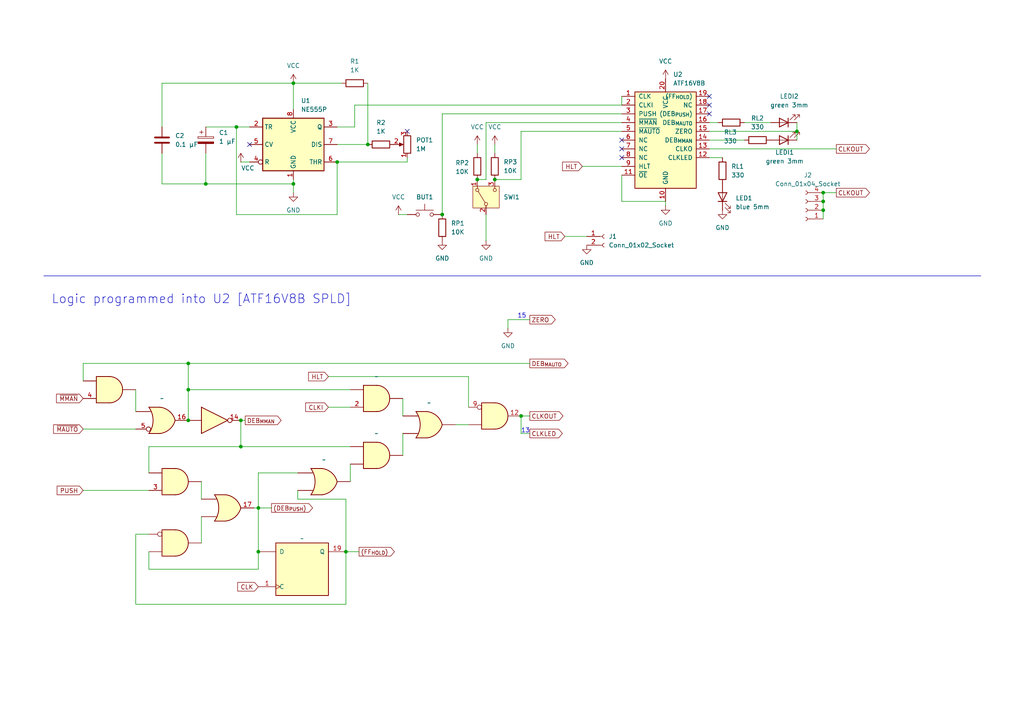
<source format=kicad_sch>
(kicad_sch (version 20231120) (generator "eeschema") (generator_version "8.0")
  (paper "A4")
  (title_block (title "Debug Clock Module"))
  (lib_symbols
    (symbol "74LS04_1"
      (property "Reference" "U2:clkmod" (at 0 8.89 0))
      (property "Value" "ATF16V8" (at 0 6.35 0))
      (symbol "74LS04_1_1_0"
        (pin input line (at -7.62 0 0) (length 3.81) (name "~") (number "1"))
        (pin output inverted (at 7.62 0 180) (length 3.81) (name "~") (number "2"))
      )
      (symbol "74LS04_1_2_0"
        (pin input line (at -7.62 0 0) (length 3.81) (name "~") (number ""))
        (pin output inverted (at 7.62 0 180) (length 3.81) (name "~") (number "14"))
      )
      (symbol "74LS04_1_3_0"
        (pin input line (at -7.62 0 0) (length 3.81) (name "~") (number "5"))
        (pin output inverted (at 7.62 0 180) (length 3.81) (name "~") (number "6"))
      )
      (symbol "74LS04_1_4_0"
        (pin output inverted (at 7.62 0 180) (length 3.81) (name "~") (number "8"))
        (pin input line (at -7.62 0 0) (length 3.81) (name "~") (number "9"))
      )
      (symbol "74LS04_1_5_0"
        (pin output inverted (at 7.62 0 180) (length 3.81) (name "~") (number "10"))
        (pin input line (at -7.62 0 0) (length 3.81) (name "~") (number "11"))
      )
      (symbol "74LS04_1_6_0"
        (pin output inverted (at 7.62 0 180) (length 3.81) (name "~") (number "12"))
        (pin input line (at -7.62 0 0) (length 3.81) (name "~") (number "13"))
      )
      (symbol "74LS04_1_7_0"
        (pin power_in line (at 0 12.7 270) (length 5.08) (name "VCC") (number "14"))
        (pin power_in line (at 0 -12.7 90) (length 5.08) (name "GND") (number "7"))
      )
    )
    (symbol "74LS08_1" (pin_names (offset 1.016))
      (property "Reference" "U204" (at -0.0083 8.89 0))
      (property "Value" "ATF16V8" (at -0.0083 6.35 0))
      (symbol "74LS08_1_1_1"
        (pin input line (at -7.62 2.54 0) (length 3.81) (name "~") (number ""))
        (pin output line (at 7.62 0 180) (length 3.81) (name "~") (number ""))
        (pin input line (at -7.62 -2.54 0) (length 3.81) (name "~") (number "4"))
      )
      (symbol "74LS08_1_1_2"
        (pin input inverted (at -7.62 2.54 0) (length 4.318) (name "~") (number "1"))
        (pin input inverted (at -7.62 -2.54 0) (length 4.318) (name "~") (number "2"))
        (pin output inverted (at 7.62 0 180) (length 3.81) (name "~") (number "3"))
      )
      (symbol "74LS08_1_2_1"
        (pin input line (at -7.62 2.54 0) (length 3.81) (name "~") (number "4"))
        (pin input line (at -7.62 -2.54 0) (length 3.81) (name "~") (number "5"))
        (pin output line (at 7.62 0 180) (length 3.81) (name "~") (number "6"))
      )
      (symbol "74LS08_1_2_2"
        (pin input inverted (at -7.62 2.54 0) (length 4.318) (name "~") (number "4"))
        (pin input inverted (at -7.62 -2.54 0) (length 4.318) (name "~") (number "5"))
        (pin output inverted (at 7.62 0 180) (length 3.81) (name "~") (number "6"))
      )
      (symbol "74LS08_1_3_1"
        (pin input line (at -7.62 -2.54 0) (length 3.81) (name "~") (number "10"))
        (pin output line (at 7.62 0 180) (length 3.81) (name "~") (number "8"))
        (pin input line (at -7.62 2.54 0) (length 3.81) (name "~") (number "9"))
      )
      (symbol "74LS08_1_3_2"
        (pin input inverted (at -7.62 -2.54 0) (length 4.318) (name "~") (number "10"))
        (pin output inverted (at 7.62 0 180) (length 3.81) (name "~") (number "8"))
        (pin input inverted (at -7.62 2.54 0) (length 4.318) (name "~") (number "9"))
      )
      (symbol "74LS08_1_4_1"
        (pin output line (at 7.62 0 180) (length 3.81) (name "~") (number "11"))
        (pin input line (at -7.62 2.54 0) (length 3.81) (name "~") (number "12"))
        (pin input line (at -7.62 -2.54 0) (length 3.81) (name "~") (number "13"))
      )
      (symbol "74LS08_1_4_2"
        (pin output inverted (at 7.62 0 180) (length 3.81) (name "~") (number "11"))
        (pin input inverted (at -7.62 2.54 0) (length 4.318) (name "~") (number "12"))
        (pin input inverted (at -7.62 -2.54 0) (length 4.318) (name "~") (number "13"))
      )
      (symbol "74LS08_1_5_0"
        (pin power_in line (at 0 12.7 270) (length 5.08) (name "VCC") (number "14"))
        (pin power_in line (at 0 -12.7 90) (length 5.08) (name "GND") (number "7"))
      )
    )
    (symbol "74LS08_2" (pin_names (offset 1.016))
      (symbol "74LS08_2_1_1"
        (pin input line (at -7.62 2.54 0) (length 3.81) (name "~") (number "1"))
        (pin input line (at -7.62 -2.54 0) (length 3.81) (name "~") (number "2"))
        (pin output line (at 7.62 0 180) (length 3.81) (name "~") (number "3"))
      )
      (symbol "74LS08_2_1_2"
        (pin input inverted (at -7.62 2.54 0) (length 4.318) (name "~") (number "1"))
        (pin input inverted (at -7.62 -2.54 0) (length 4.318) (name "~") (number "2"))
        (pin output inverted (at 7.62 0 180) (length 3.81) (name "~") (number "3"))
      )
      (symbol "74LS08_2_2_1"
        (pin input line (at -7.62 -2.54 0) (length 3.81) (name "~") (number ""))
        (pin output line (at 7.62 0 180) (length 3.81) (name "~") (number "12"))
        (pin input inverted (at -7.62 2.54 0) (length 3.81) (name "~") (number "9"))
      )
      (symbol "74LS08_2_2_2"
        (pin input inverted (at -7.62 2.54 0) (length 4.318) (name "~") (number "4"))
        (pin input inverted (at -7.62 -2.54 0) (length 4.318) (name "~") (number "5"))
        (pin output inverted (at 7.62 0 180) (length 3.81) (name "~") (number "6"))
      )
      (symbol "74LS08_2_3_1"
        (pin input line (at -7.62 2.54 0) (length 3.81) (name "~") (number ""))
        (pin output line (at 7.62 0 180) (length 3.81) (name "~") (number ""))
        (pin input line (at -7.62 -2.54 0) (length 3.81) (name "~") (number "3"))
      )
      (symbol "74LS08_2_3_2"
        (pin input inverted (at -7.62 -2.54 0) (length 4.318) (name "~") (number "10"))
        (pin output inverted (at 7.62 0 180) (length 3.81) (name "~") (number "8"))
        (pin input inverted (at -7.62 2.54 0) (length 4.318) (name "~") (number "9"))
      )
      (symbol "74LS08_2_4_1"
        (pin output line (at 7.62 0 180) (length 3.81) (name "~") (number "11"))
        (pin input line (at -7.62 2.54 0) (length 3.81) (name "~") (number "12"))
        (pin input line (at -7.62 -2.54 0) (length 3.81) (name "~") (number "13"))
      )
      (symbol "74LS08_2_4_2"
        (pin output inverted (at 7.62 0 180) (length 3.81) (name "~") (number "11"))
        (pin input inverted (at -7.62 2.54 0) (length 4.318) (name "~") (number "12"))
        (pin input inverted (at -7.62 -2.54 0) (length 4.318) (name "~") (number "13"))
      )
      (symbol "74LS08_2_5_0"
        (pin power_in line (at 0 12.7 270) (length 5.08) (name "VCC") (number "14"))
        (pin power_in line (at 0 -12.7 90) (length 5.08) (name "GND") (number "7"))
      )
    )
    (symbol "74LS08_3" (pin_names (offset 1.016))
      (symbol "74LS08_3_1_1"
        (pin input line (at -7.62 2.54 0) (length 3.81) (name "~") (number "1"))
        (pin input line (at -7.62 -2.54 0) (length 3.81) (name "~") (number "2"))
        (pin output line (at 7.62 0 180) (length 3.81) (name "~") (number "3"))
      )
      (symbol "74LS08_3_1_2"
        (pin input inverted (at -7.62 2.54 0) (length 4.318) (name "~") (number "1"))
        (pin input inverted (at -7.62 -2.54 0) (length 4.318) (name "~") (number "2"))
        (pin output inverted (at 7.62 0 180) (length 3.81) (name "~") (number "3"))
      )
      (symbol "74LS08_3_2_1"
        (pin input line (at -7.62 2.54 0) (length 3.81) (name "~") (number "4"))
        (pin input line (at -7.62 -2.54 0) (length 3.81) (name "~") (number "5"))
        (pin output line (at 7.62 0 180) (length 3.81) (name "~") (number "6"))
      )
      (symbol "74LS08_3_2_2"
        (pin input inverted (at -7.62 2.54 0) (length 4.318) (name "~") (number "4"))
        (pin input inverted (at -7.62 -2.54 0) (length 4.318) (name "~") (number "5"))
        (pin output inverted (at 7.62 0 180) (length 3.81) (name "~") (number "6"))
      )
      (symbol "74LS08_3_3_1"
        (pin input line (at -7.62 2.54 0) (length 3.81) (name "~") (number ""))
        (pin output line (at 7.62 0 180) (length 3.81) (name "~") (number ""))
        (pin input line (at -7.62 -2.54 0) (length 3.81) (name "~") (number "3"))
      )
      (symbol "74LS08_3_3_2"
        (pin input inverted (at -7.62 -2.54 0) (length 4.318) (name "~") (number "10"))
        (pin output inverted (at 7.62 0 180) (length 3.81) (name "~") (number "8"))
        (pin input inverted (at -7.62 2.54 0) (length 4.318) (name "~") (number "9"))
      )
      (symbol "74LS08_3_4_1"
        (pin output line (at 7.62 0 180) (length 3.81) (name "~") (number "11"))
        (pin input line (at -7.62 2.54 0) (length 3.81) (name "~") (number "12"))
        (pin input line (at -7.62 -2.54 0) (length 3.81) (name "~") (number "13"))
      )
      (symbol "74LS08_3_4_2"
        (pin output inverted (at 7.62 0 180) (length 3.81) (name "~") (number "11"))
        (pin input inverted (at -7.62 2.54 0) (length 4.318) (name "~") (number "12"))
        (pin input inverted (at -7.62 -2.54 0) (length 4.318) (name "~") (number "13"))
      )
      (symbol "74LS08_3_5_0"
        (pin power_in line (at 0 12.7 270) (length 5.08) (name "VCC") (number "14"))
        (pin power_in line (at 0 -12.7 90) (length 5.08) (name "GND") (number "7"))
      )
    )
    (symbol "74LS08_4" (pin_names (offset 1.016))
      (property "Value" "~" (at -0.0083 6.35 0))
      (symbol "74LS08_4_1_1"
        (pin input line (at -7.62 2.54 0) (length 3.81) (name "~") (number "1"))
        (pin input line (at -7.62 -2.54 0) (length 3.81) (name "~") (number "2"))
        (pin output line (at 7.62 0 180) (length 3.81) (name "~") (number "3"))
      )
      (symbol "74LS08_4_1_2"
        (pin input inverted (at -7.62 2.54 0) (length 4.318) (name "~") (number "1"))
        (pin input inverted (at -7.62 -2.54 0) (length 4.318) (name "~") (number "2"))
        (pin output inverted (at 7.62 0 180) (length 3.81) (name "~") (number "3"))
      )
      (symbol "74LS08_4_2_1"
        (pin input line (at -7.62 -2.54 0) (length 3.81) (name "~") (number ""))
        (pin input line (at -7.62 2.54 0) (length 3.81) (name "~") (number ""))
        (pin output line (at 7.62 0 180) (length 3.81) (name "~") (number ""))
      )
      (symbol "74LS08_4_2_2"
        (pin input inverted (at -7.62 2.54 0) (length 4.318) (name "~") (number "4"))
        (pin input inverted (at -7.62 -2.54 0) (length 4.318) (name "~") (number "5"))
        (pin output inverted (at 7.62 0 180) (length 3.81) (name "~") (number "6"))
      )
      (symbol "74LS08_4_3_1"
        (pin input line (at -7.62 -2.54 0) (length 3.81) (name "~") (number "10"))
        (pin output line (at 7.62 0 180) (length 3.81) (name "~") (number "8"))
        (pin input line (at -7.62 2.54 0) (length 3.81) (name "~") (number "9"))
      )
      (symbol "74LS08_4_3_2"
        (pin input inverted (at -7.62 -2.54 0) (length 4.318) (name "~") (number "10"))
        (pin output inverted (at 7.62 0 180) (length 3.81) (name "~") (number "8"))
        (pin input inverted (at -7.62 2.54 0) (length 4.318) (name "~") (number "9"))
      )
      (symbol "74LS08_4_4_1"
        (pin output line (at 7.62 0 180) (length 3.81) (name "~") (number "11"))
        (pin input line (at -7.62 2.54 0) (length 3.81) (name "~") (number "12"))
        (pin input line (at -7.62 -2.54 0) (length 3.81) (name "~") (number "13"))
      )
      (symbol "74LS08_4_4_2"
        (pin output inverted (at 7.62 0 180) (length 3.81) (name "~") (number "11"))
        (pin input inverted (at -7.62 2.54 0) (length 4.318) (name "~") (number "12"))
        (pin input inverted (at -7.62 -2.54 0) (length 4.318) (name "~") (number "13"))
      )
      (symbol "74LS08_4_5_0"
        (pin power_in line (at 0 12.7 270) (length 5.08) (name "VCC") (number "14"))
        (pin power_in line (at 0 -12.7 90) (length 5.08) (name "GND") (number "7"))
      )
    )
    (symbol "74LS08_5" (pin_names (offset 1.016))
      (symbol "74LS08_5_1_1"
        (pin input line (at -7.62 2.54 0) (length 3.81) (name "~") (number ""))
        (pin output line (at 7.62 0 180) (length 3.81) (name "~") (number ""))
        (pin input line (at -7.62 -2.54 0) (length 3.81) (name "~") (number "2"))
      )
      (symbol "74LS08_5_1_2"
        (pin input inverted (at -7.62 2.54 0) (length 4.318) (name "~") (number "1"))
        (pin input inverted (at -7.62 -2.54 0) (length 4.318) (name "~") (number "2"))
        (pin output inverted (at 7.62 0 180) (length 3.81) (name "~") (number "3"))
      )
      (symbol "74LS08_5_2_1"
        (pin input line (at -7.62 2.54 0) (length 3.81) (name "~") (number "4"))
        (pin input line (at -7.62 -2.54 0) (length 3.81) (name "~") (number "5"))
        (pin output line (at 7.62 0 180) (length 3.81) (name "~") (number "6"))
      )
      (symbol "74LS08_5_2_2"
        (pin input inverted (at -7.62 2.54 0) (length 4.318) (name "~") (number "4"))
        (pin input inverted (at -7.62 -2.54 0) (length 4.318) (name "~") (number "5"))
        (pin output inverted (at 7.62 0 180) (length 3.81) (name "~") (number "6"))
      )
      (symbol "74LS08_5_3_1"
        (pin input line (at -7.62 -2.54 0) (length 3.81) (name "~") (number "10"))
        (pin output line (at 7.62 0 180) (length 3.81) (name "~") (number "8"))
        (pin input line (at -7.62 2.54 0) (length 3.81) (name "~") (number "9"))
      )
      (symbol "74LS08_5_3_2"
        (pin input inverted (at -7.62 -2.54 0) (length 4.318) (name "~") (number "10"))
        (pin output inverted (at 7.62 0 180) (length 3.81) (name "~") (number "8"))
        (pin input inverted (at -7.62 2.54 0) (length 4.318) (name "~") (number "9"))
      )
      (symbol "74LS08_5_4_1"
        (pin output line (at 7.62 0 180) (length 3.81) (name "~") (number "11"))
        (pin input line (at -7.62 2.54 0) (length 3.81) (name "~") (number "12"))
        (pin input line (at -7.62 -2.54 0) (length 3.81) (name "~") (number "13"))
      )
      (symbol "74LS08_5_4_2"
        (pin output inverted (at 7.62 0 180) (length 3.81) (name "~") (number "11"))
        (pin input inverted (at -7.62 2.54 0) (length 4.318) (name "~") (number "12"))
        (pin input inverted (at -7.62 -2.54 0) (length 4.318) (name "~") (number "13"))
      )
      (symbol "74LS08_5_5_0"
        (pin power_in line (at 0 12.7 270) (length 5.08) (name "VCC") (number "14"))
        (pin power_in line (at 0 -12.7 90) (length 5.08) (name "GND") (number "7"))
      )
    )
    (symbol "74LS32_1" (pin_names (offset 1.016))
      (property "Value" "~" (at 0 6.35 0))
      (symbol "74LS32_1_1_1"
        (pin input line (at -7.62 2.54 0) (length 4.318) (name "~") (number ""))
        (pin output line (at 7.62 0 180) (length 3.81) (name "~") (number "16"))
        (pin input inverted (at -7.62 -2.54 0) (length 4.318) (name "~") (number "5"))
      )
      (symbol "74LS32_1_1_2"
        (pin input inverted (at -7.62 2.54 0) (length 3.81) (name "~") (number "1"))
        (pin input inverted (at -7.62 -2.54 0) (length 3.81) (name "~") (number "2"))
        (pin output inverted (at 7.62 0 180) (length 3.81) (name "~") (number "3"))
      )
      (symbol "74LS32_1_2_1"
        (pin input line (at -7.62 2.54 0) (length 4.318) (name "~") (number "4"))
        (pin input line (at -7.62 -2.54 0) (length 4.318) (name "~") (number "5"))
        (pin output line (at 7.62 0 180) (length 3.81) (name "~") (number "6"))
      )
      (symbol "74LS32_1_2_2"
        (pin input inverted (at -7.62 2.54 0) (length 3.81) (name "~") (number "4"))
        (pin input inverted (at -7.62 -2.54 0) (length 3.81) (name "~") (number "5"))
        (pin output inverted (at 7.62 0 180) (length 3.81) (name "~") (number "6"))
      )
      (symbol "74LS32_1_3_1"
        (pin input line (at -7.62 -2.54 0) (length 4.318) (name "~") (number "10"))
        (pin output line (at 7.62 0 180) (length 3.81) (name "~") (number "8"))
        (pin input line (at -7.62 2.54 0) (length 4.318) (name "~") (number "9"))
      )
      (symbol "74LS32_1_3_2"
        (pin input inverted (at -7.62 -2.54 0) (length 3.81) (name "~") (number "10"))
        (pin output inverted (at 7.62 0 180) (length 3.81) (name "~") (number "8"))
        (pin input inverted (at -7.62 2.54 0) (length 3.81) (name "~") (number "9"))
      )
      (symbol "74LS32_1_4_1"
        (pin output line (at 7.62 0 180) (length 3.81) (name "~") (number "11"))
        (pin input line (at -7.62 2.54 0) (length 4.318) (name "~") (number "12"))
        (pin input line (at -7.62 -2.54 0) (length 4.318) (name "~") (number "13"))
      )
      (symbol "74LS32_1_4_2"
        (pin output inverted (at 7.62 0 180) (length 3.81) (name "~") (number "11"))
        (pin input inverted (at -7.62 2.54 0) (length 3.81) (name "~") (number "12"))
        (pin input inverted (at -7.62 -2.54 0) (length 3.81) (name "~") (number "13"))
      )
      (symbol "74LS32_1_5_0"
        (pin power_in line (at 0 12.7 270) (length 5.08) (name "VCC") (number "14"))
        (pin power_in line (at 0 -12.7 90) (length 5.08) (name "GND") (number "7"))
      )
    )
    (symbol "74LS32_2" (pin_names (offset 1.016))
      (symbol "74LS32_2_1_1"
        (pin input line (at -7.62 2.54 0) (length 4.318) (name "~") (number "1"))
        (pin input line (at -7.62 -2.54 0) (length 4.318) (name "~") (number "2"))
        (pin output line (at 7.62 0 180) (length 3.81) (name "~") (number "3"))
      )
      (symbol "74LS32_2_1_2"
        (pin input inverted (at -7.62 2.54 0) (length 3.81) (name "~") (number "1"))
        (pin input inverted (at -7.62 -2.54 0) (length 3.81) (name "~") (number "2"))
        (pin output inverted (at 7.62 0 180) (length 3.81) (name "~") (number "3"))
      )
      (symbol "74LS32_2_2_1"
        (pin input line (at -7.62 2.54 0) (length 4.318) (name "~") (number "4"))
        (pin input line (at -7.62 -2.54 0) (length 4.318) (name "~") (number "5"))
        (pin output line (at 7.62 0 180) (length 3.81) (name "~") (number "6"))
      )
      (symbol "74LS32_2_2_2"
        (pin input inverted (at -7.62 2.54 0) (length 3.81) (name "~") (number "4"))
        (pin input inverted (at -7.62 -2.54 0) (length 3.81) (name "~") (number "5"))
        (pin output inverted (at 7.62 0 180) (length 3.81) (name "~") (number "6"))
      )
      (symbol "74LS32_2_3_1"
        (pin input line (at -7.62 -2.54 0) (length 4.318) (name "~") (number ""))
        (pin input line (at -7.62 2.54 0) (length 4.318) (name "~") (number ""))
        (pin output line (at 7.62 0 180) (length 3.81) (name "~") (number "17"))
      )
      (symbol "74LS32_2_3_2"
        (pin input inverted (at -7.62 -2.54 0) (length 3.81) (name "~") (number "10"))
        (pin output inverted (at 7.62 0 180) (length 3.81) (name "~") (number "8"))
        (pin input inverted (at -7.62 2.54 0) (length 3.81) (name "~") (number "9"))
      )
      (symbol "74LS32_2_4_1"
        (pin output line (at 7.62 0 180) (length 3.81) (name "~") (number "11"))
        (pin input line (at -7.62 2.54 0) (length 4.318) (name "~") (number "12"))
        (pin input line (at -7.62 -2.54 0) (length 4.318) (name "~") (number "13"))
      )
      (symbol "74LS32_2_4_2"
        (pin output inverted (at 7.62 0 180) (length 3.81) (name "~") (number "11"))
        (pin input inverted (at -7.62 2.54 0) (length 3.81) (name "~") (number "12"))
        (pin input inverted (at -7.62 -2.54 0) (length 3.81) (name "~") (number "13"))
      )
      (symbol "74LS32_2_5_0"
        (pin power_in line (at 0 12.7 270) (length 5.08) (name "VCC") (number "14"))
        (pin power_in line (at 0 -12.7 90) (length 5.08) (name "GND") (number "7"))
      )
    )
    (symbol "74LS32_3" (pin_names (offset 1.016))
      (property "Value" "~" (at 0 6.35 0))
      (symbol "74LS32_3_1_1"
        (pin input line (at -7.62 2.54 0) (length 4.318) (name "~") (number "1"))
        (pin input line (at -7.62 -2.54 0) (length 4.318) (name "~") (number "2"))
        (pin output line (at 7.62 0 180) (length 3.81) (name "~") (number "3"))
      )
      (symbol "74LS32_3_1_2"
        (pin input inverted (at -7.62 2.54 0) (length 3.81) (name "~") (number "1"))
        (pin input inverted (at -7.62 -2.54 0) (length 3.81) (name "~") (number "2"))
        (pin output inverted (at 7.62 0 180) (length 3.81) (name "~") (number "3"))
      )
      (symbol "74LS32_3_2_1"
        (pin input line (at -7.62 2.54 0) (length 4.318) (name "~") (number "4"))
        (pin input line (at -7.62 -2.54 0) (length 4.318) (name "~") (number "5"))
        (pin output line (at 7.62 0 180) (length 3.81) (name "~") (number "6"))
      )
      (symbol "74LS32_3_2_2"
        (pin input inverted (at -7.62 2.54 0) (length 3.81) (name "~") (number "4"))
        (pin input inverted (at -7.62 -2.54 0) (length 3.81) (name "~") (number "5"))
        (pin output inverted (at 7.62 0 180) (length 3.81) (name "~") (number "6"))
      )
      (symbol "74LS32_3_3_1"
        (pin input line (at -7.62 -2.54 0) (length 4.318) (name "~") (number "10"))
        (pin output line (at 7.62 0 180) (length 3.81) (name "~") (number "8"))
        (pin input line (at -7.62 2.54 0) (length 4.318) (name "~") (number "9"))
      )
      (symbol "74LS32_3_3_2"
        (pin input inverted (at -7.62 -2.54 0) (length 3.81) (name "~") (number "10"))
        (pin output inverted (at 7.62 0 180) (length 3.81) (name "~") (number "8"))
        (pin input inverted (at -7.62 2.54 0) (length 3.81) (name "~") (number "9"))
      )
      (symbol "74LS32_3_4_1"
        (pin input line (at -7.62 -2.54 0) (length 4.318) (name "~") (number ""))
        (pin input line (at -7.62 2.54 0) (length 4.318) (name "~") (number ""))
        (pin output line (at 7.62 0 180) (length 3.81) (name "~") (number ""))
      )
      (symbol "74LS32_3_4_2"
        (pin output inverted (at 7.62 0 180) (length 3.81) (name "~") (number "11"))
        (pin input inverted (at -7.62 2.54 0) (length 3.81) (name "~") (number "12"))
        (pin input inverted (at -7.62 -2.54 0) (length 3.81) (name "~") (number "13"))
      )
      (symbol "74LS32_3_5_0"
        (pin power_in line (at 0 12.7 270) (length 5.08) (name "VCC") (number "14"))
        (pin power_in line (at 0 -12.7 90) (length 5.08) (name "GND") (number "7"))
      )
    )
    (symbol "74xGxx:74AUC2G79" (pin_names (offset 1.016))
      (property "Value" "~" (at 0 8.89 0))
      (symbol "74AUC2G79_1_1"
        (pin input line (at -12.7 5.08 0) (length 5.08) (name "D") (number ""))
        (pin input clock (at -12.7 -5.08 0) (length 5.08) (name "C") (number "1"))
        (pin output line (at 12.7 5.08 180) (length 5.08) (name "Q") (number "19"))
      )
      (symbol "74AUC2G79_2_1"
        (pin output line (at 12.7 5.08 180) (length 5.08) (name "Q") (number "3"))
        (pin input clock (at -12.7 -5.08 0) (length 5.08) (name "C") (number "5"))
        (pin input line (at -12.7 5.08 0) (length 5.08) (name "D") (number "6"))
      )
      (symbol "74AUC2G79_3_1"
        (pin power_in line (at 0 -12.7 90) (length 5.08) (name "GND") (number "4"))
        (pin power_in line (at 0 12.7 270) (length 5.08) (name "VCC") (number "8"))
      )
    )
    (symbol "74xx:74LS08" (pin_names (offset 1.016))
      (symbol "74LS08_1_1"
        (pin input line (at -7.62 2.54 0) (length 3.81) (name "~") (number "1"))
        (pin input line (at -7.62 -2.54 0) (length 3.81) (name "~") (number "2"))
        (pin output line (at 7.62 0 180) (length 3.81) (name "~") (number "3"))
      )
      (symbol "74LS08_1_2"
        (pin input inverted (at -7.62 2.54 0) (length 4.318) (name "~") (number "1"))
        (pin input inverted (at -7.62 -2.54 0) (length 4.318) (name "~") (number "2"))
        (pin output inverted (at 7.62 0 180) (length 3.81) (name "~") (number "3"))
      )
      (symbol "74LS08_2_1"
        (pin input line (at -7.62 2.54 0) (length 3.81) (name "~") (number "4"))
        (pin input line (at -7.62 -2.54 0) (length 3.81) (name "~") (number "5"))
        (pin output line (at 7.62 0 180) (length 3.81) (name "~") (number "6"))
      )
      (symbol "74LS08_2_2"
        (pin input inverted (at -7.62 2.54 0) (length 4.318) (name "~") (number "4"))
        (pin input inverted (at -7.62 -2.54 0) (length 4.318) (name "~") (number "5"))
        (pin output inverted (at 7.62 0 180) (length 3.81) (name "~") (number "6"))
      )
      (symbol "74LS08_3_1"
        (pin input line (at -7.62 2.54 0) (length 3.81) (name "~") (number ""))
        (pin output line (at 7.62 0 180) (length 3.81) (name "~") (number ""))
        (pin input line (at -7.62 -2.54 0) (length 3.81) (name "~") (number "3"))
      )
      (symbol "74LS08_3_2"
        (pin input inverted (at -7.62 -2.54 0) (length 4.318) (name "~") (number "10"))
        (pin output inverted (at 7.62 0 180) (length 3.81) (name "~") (number "8"))
        (pin input inverted (at -7.62 2.54 0) (length 4.318) (name "~") (number "9"))
      )
      (symbol "74LS08_4_1"
        (pin input line (at -7.62 -2.54 0) (length 3.81) (name "~") (number ""))
        (pin input inverted (at -7.62 2.54 0) (length 3.81) (name "~") (number ""))
        (pin output line (at 7.62 0 180) (length 3.81) (name "~") (number ""))
      )
      (symbol "74LS08_4_2"
        (pin output inverted (at 7.62 0 180) (length 3.81) (name "~") (number "11"))
        (pin input inverted (at -7.62 2.54 0) (length 4.318) (name "~") (number "12"))
        (pin input inverted (at -7.62 -2.54 0) (length 4.318) (name "~") (number "13"))
      )
      (symbol "74LS08_5_0"
        (pin power_in line (at 0 12.7 270) (length 5.08) (name "VCC") (number "14"))
        (pin power_in line (at 0 -12.7 90) (length 5.08) (name "GND") (number "7"))
      )
    )
    (symbol "74xx:74LS32" (pin_names (offset 1.016))
      (property "Value" "~" (at 0 6.35 0))
      (symbol "74LS32_1_1"
        (pin input line (at -7.62 2.54 0) (length 4.318) (name "~") (number "1"))
        (pin input line (at -7.62 -2.54 0) (length 4.318) (name "~") (number "2"))
        (pin output line (at 7.62 0 180) (length 3.81) (name "~") (number "3"))
      )
      (symbol "74LS32_1_2"
        (pin input inverted (at -7.62 2.54 0) (length 3.81) (name "~") (number "1"))
        (pin input inverted (at -7.62 -2.54 0) (length 3.81) (name "~") (number "2"))
        (pin output inverted (at 7.62 0 180) (length 3.81) (name "~") (number "3"))
      )
      (symbol "74LS32_2_1"
        (pin input line (at -7.62 -2.54 0) (length 4.318) (name "~") (number ""))
        (pin input line (at -7.62 2.54 0) (length 4.318) (name "~") (number ""))
        (pin output line (at 7.62 0 180) (length 3.81) (name "~") (number ""))
      )
      (symbol "74LS32_2_2"
        (pin input inverted (at -7.62 2.54 0) (length 3.81) (name "~") (number "4"))
        (pin input inverted (at -7.62 -2.54 0) (length 3.81) (name "~") (number "5"))
        (pin output inverted (at 7.62 0 180) (length 3.81) (name "~") (number "6"))
      )
      (symbol "74LS32_3_1"
        (pin input line (at -7.62 -2.54 0) (length 4.318) (name "~") (number "10"))
        (pin output line (at 7.62 0 180) (length 3.81) (name "~") (number "8"))
        (pin input line (at -7.62 2.54 0) (length 4.318) (name "~") (number "9"))
      )
      (symbol "74LS32_3_2"
        (pin input inverted (at -7.62 -2.54 0) (length 3.81) (name "~") (number "10"))
        (pin output inverted (at 7.62 0 180) (length 3.81) (name "~") (number "8"))
        (pin input inverted (at -7.62 2.54 0) (length 3.81) (name "~") (number "9"))
      )
      (symbol "74LS32_4_1"
        (pin output line (at 7.62 0 180) (length 3.81) (name "~") (number "11"))
        (pin input line (at -7.62 2.54 0) (length 4.318) (name "~") (number "12"))
        (pin input line (at -7.62 -2.54 0) (length 4.318) (name "~") (number "13"))
      )
      (symbol "74LS32_4_2"
        (pin output inverted (at 7.62 0 180) (length 3.81) (name "~") (number "11"))
        (pin input inverted (at -7.62 2.54 0) (length 3.81) (name "~") (number "12"))
        (pin input inverted (at -7.62 -2.54 0) (length 3.81) (name "~") (number "13"))
      )
      (symbol "74LS32_5_0"
        (pin power_in line (at 0 12.7 270) (length 5.08) (name "VCC") (number "14"))
        (pin power_in line (at 0 -12.7 90) (length 5.08) (name "GND") (number "7"))
      )
    )
    (symbol "Connector:Conn_01x02_Socket" (pin_names (offset 1.016) hide)
      (property "Reference" "J" (at 0 2.54 0))
      (property "Value" "Conn_01x02_Socket" (at 0 -5.08 0))
      (symbol "Conn_01x02_Socket_1_1"
        (pin passive line (at -5.08 0 0) (length 3.81) (name "Pin_1") (number "1"))
        (pin passive line (at -5.08 -2.54 0) (length 3.81) (name "Pin_2") (number "2"))
      )
    )
    (symbol "Connector:Conn_01x04_Socket" (pin_names (offset 1.016) hide)
      (property "Reference" "J" (at 0 5.08 0))
      (property "Value" "Conn_01x04_Socket" (at 0 -7.62 0))
      (symbol "Conn_01x04_Socket_1_1"
        (pin passive line (at -5.08 2.54 0) (length 3.81) (name "Pin_1") (number "1"))
        (pin passive line (at -5.08 0 0) (length 3.81) (name "Pin_2") (number "2"))
        (pin passive line (at -5.08 -2.54 0) (length 3.81) (name "Pin_3") (number "3"))
        (pin passive line (at -5.08 -5.08 0) (length 3.81) (name "Pin_4") (number "4"))
      )
    )
    (symbol "Device:C" (pin_numbers hide) (pin_names (offset 0.254))
      (property "Reference" "C" (at 0.635 2.54 0))
      (property "Value" "C" (at 0.635 -2.54 0))
      (symbol "C_1_1"
        (pin passive line (at 0 3.81 270) (length 2.794) (name "~") (number "1"))
        (pin passive line (at 0 -3.81 90) (length 2.794) (name "~") (number "2"))
      )
    )
    (symbol "Device:C_Polarized" (pin_numbers hide) (pin_names (offset 0.254))
      (property "Reference" "C" (at 0.635 2.54 0))
      (property "Value" "C_Polarized" (at 0.635 -2.54 0))
      (symbol "C_Polarized_1_1"
        (pin passive line (at 0 3.81 270) (length 2.794) (name "~") (number "1"))
        (pin passive line (at 0 -3.81 90) (length 2.794) (name "~") (number "2"))
      )
    )
    (symbol "Device:LED" (pin_numbers hide) (pin_names (offset 1.016) hide)
      (property "Reference" "D" (at 0 2.54 0))
      (property "Value" "LED" (at 0 -2.54 0))
      (symbol "LED_1_1"
        (pin passive line (at -3.81 0 0) (length 2.54) (name "K") (number "1"))
        (pin passive line (at 3.81 0 180) (length 2.54) (name "A") (number "2"))
      )
    )
    (symbol "Device:R" (pin_numbers hide) (pin_names (offset 0))
      (property "Reference" "R" (at 2.032 0 90))
      (property "Value" "R" (at 0 0 90))
      (symbol "R_1_1"
        (pin passive line (at 0 3.81 270) (length 1.27) (name "~") (number "1"))
        (pin passive line (at 0 -3.81 90) (length 1.27) (name "~") (number "2"))
      )
    )
    (symbol "Device:R_Potentiometer" (pin_names (offset 1.016) hide)
      (property "Reference" "RV" (at -4.445 0 90))
      (property "Value" "R_Potentiometer" (at -2.54 0 90))
      (symbol "R_Potentiometer_1_1"
        (pin passive line (at 0 3.81 270) (length 1.27) (name "1") (number "1"))
        (pin passive line (at 3.81 0 180) (length 1.27) (name "2") (number "2"))
        (pin passive line (at 0 -3.81 90) (length 1.27) (name "3") (number "3"))
      )
    )
    (symbol "Logic_Programmable:GAL16V8" (pin_names (offset 1.016))
      (property "Reference" "U2" (at 2.1941 19.05 0))
      (property "Value" "ATF16V8B" (at 2.1941 16.51 0))
      (symbol "GAL16V8_0_0"
        (pin power_in line (at 0 -17.78 90) (length 3.81) (name "GND") (number "10"))
        (pin power_in line (at 0 17.78 270) (length 3.81) (name "VCC") (number "20"))
      )
      (symbol "GAL16V8_1_1"
        (pin input line (at -12.7 12.7 0) (length 3.81) (name "CLK") (number "1"))
        (pin input line (at -12.7 -10.16 0) (length 3.81) (name "~{OE}") (number "11"))
        (pin tri_state line (at 12.7 -5.08 180) (length 3.81) (name "CLKLED") (number "12"))
        (pin tri_state line (at 12.7 -2.54 180) (length 3.81) (name "CLKO") (number "13"))
        (pin tri_state line (at 12.7 0 180) (length 3.81) (name "DEB_{MMAN}") (number "14"))
        (pin tri_state line (at 12.7 2.54 180) (length 3.81) (name "ZERO") (number "15"))
        (pin tri_state line (at 12.7 5.08 180) (length 3.81) (name "DEB_{MAUTO}") (number "16"))
        (pin tri_state line (at 12.7 7.62 180) (length 3.81) (name "(DEB_{PUSH})") (number "17"))
        (pin tri_state line (at 12.7 10.16 180) (length 3.81) (name "NC") (number "18"))
        (pin tri_state line (at 12.7 12.7 180) (length 3.81) (name "(FF_{HOLD})") (number "19"))
        (pin input line (at -12.7 10.16 0) (length 3.81) (name "CLKI") (number "2"))
        (pin input line (at -12.7 7.62 0) (length 3.81) (name "PUSH") (number "3"))
        (pin input line (at -12.7 5.08 0) (length 3.81) (name "~{MMAN}") (number "4"))
        (pin input line (at -12.7 2.54 0) (length 3.81) (name "~{MAUTO}") (number "5"))
        (pin input line (at -12.7 0 0) (length 3.81) (name "NC") (number "6"))
        (pin input line (at -12.7 -2.54 0) (length 3.81) (name "NC") (number "7"))
        (pin input line (at -12.7 -5.08 0) (length 3.81) (name "NC") (number "8"))
        (pin input line (at -12.7 -7.62 0) (length 3.81) (name "HLT") (number "9"))
      )
    )
    (symbol "Switch:SW_Push" (pin_numbers hide) (pin_names (offset 1.016) hide)
      (property "Reference" "SW" (at 1.27 2.54 0))
      (property "Value" "SW_Push" (at 0 -1.524 0))
      (symbol "SW_Push_0_1"
        (pin passive line (at -5.08 0 0) (length 2.54) (name "1") (number "1"))
        (pin passive line (at 5.08 0 180) (length 2.54) (name "2") (number "2"))
      )
    )
    (symbol "Switch:SW_SPDT" (pin_names (offset 0) hide)
      (property "Reference" "SW" (at 0 5.08 0))
      (property "Value" "SW_SPDT" (at 0 -5.08 0))
      (symbol "SW_SPDT_1_1"
        (pin passive line (at 5.08 2.54 180) (length 2.54) (name "A") (number "1"))
        (pin passive line (at -5.08 0 0) (length 2.54) (name "B") (number "2"))
        (pin passive line (at 5.08 -2.54 180) (length 2.54) (name "C") (number "3"))
      )
    )
    (symbol "Timer:NE555P"
      (property "Reference" "U" (at -10.16 8.89 0))
      (property "Value" "NE555P" (at 2.54 8.89 0))
      (symbol "NE555P_0_0"
        (pin power_in line (at 0 -10.16 90) (length 2.54) (name "GND") (number "1"))
        (pin power_in line (at 0 10.16 270) (length 2.54) (name "VCC") (number "8"))
      )
      (symbol "NE555P_1_1"
        (pin input line (at -12.7 5.08 0) (length 3.81) (name "TR") (number "2"))
        (pin output line (at 12.7 5.08 180) (length 3.81) (name "Q") (number "3"))
        (pin input inverted (at -12.7 -5.08 0) (length 3.81) (name "R") (number "4"))
        (pin input line (at -12.7 0 0) (length 3.81) (name "CV") (number "5"))
        (pin input line (at 12.7 -5.08 180) (length 3.81) (name "THR") (number "6"))
        (pin input line (at 12.7 0 180) (length 3.81) (name "DIS") (number "7"))
      )
    )
    (symbol "power:GND" (power) (pin_numbers hide) (pin_names (offset 0) hide)
      (property "Value" "GND" (at 0 -3.81 0))
      (symbol "GND_1_1"
        (pin power_in line (at 0 0 270) (length 0) (name "~") (number "1"))
      )
    )
    (symbol "power:VCC" (power) (pin_numbers hide) (pin_names (offset 0) hide)
      (property "Value" "VCC" (at 0 3.556 0))
      (symbol "VCC_1_1"
        (pin power_in line (at 0 0 90) (length 0) (name "~") (number "1"))
      )
    )
  )
  (junction (at 69.85 129.54))
  (junction (at 97.79 46.99))
  (junction (at 69.85 121.92))
  (junction (at 151.13 120.65))
  (junction (at 54.61 105.41))
  (junction (at 238.76 55.88))
  (junction (at 68.58 36.83))
  (junction (at 74.93 147.32))
  (junction (at 54.61 113.03))
  (junction (at 106.68 41.91))
  (junction (at 85.09 53.34))
  (junction (at 231.14 38.1))
  (junction (at 128.27 62.23))
  (junction (at 85.09 24.13))
  (junction (at 54.61 121.92))
  (junction (at 238.76 58.42))
  (junction (at 100.33 160.02))
  (junction (at 143.51 52.07))
  (junction (at 74.93 160.02))
  (junction (at 238.76 60.96))
  (junction (at 138.43 52.07))
  (junction (at 59.69 53.34))
  (no_connect (at 180.34 40.64))
  (no_connect (at 118.11 38.1))
  (no_connect (at 72.39 41.91))
  (no_connect (at 180.34 45.72))
  (no_connect (at 205.74 30.48))
  (no_connect (at 180.34 43.18))
  (no_connect (at 205.74 27.94))
  (no_connect (at 205.74 33.02))
  (wire (pts (xy 128.27 33.02) (xy 128.27 62.23)))
  (wire (pts (xy 140.97 52.07) (xy 138.43 52.07)))
  (wire (pts (xy 54.61 113.03) (xy 54.61 105.41)))
  (wire (pts (xy 238.76 55.88) (xy 238.76 58.42)))
  (wire (pts (xy 46.99 24.13) (xy 85.09 24.13)))
  (wire (pts (xy 43.18 129.54) (xy 69.85 129.54)))
  (wire (pts (xy 95.25 109.22) (xy 135.89 109.22)))
  (wire (pts (xy 151.13 38.1) (xy 151.13 52.07)))
  (wire (pts (xy 180.34 38.1) (xy 151.13 38.1)))
  (wire (pts (xy 208.28 35.56) (xy 205.74 35.56)))
  (wire (pts (xy 180.34 30.48) (xy 102.87 30.48)))
  (wire (pts (xy 97.79 62.23) (xy 68.58 62.23)))
  (wire (pts (xy 205.74 45.72) (xy 209.55 45.72)))
  (wire (pts (xy 59.69 53.34) (xy 85.09 53.34)))
  (wire (pts (xy 238.76 55.88) (xy 242.57 55.88)))
  (wire (pts (xy 100.33 144.78) (xy 100.33 160.02)))
  (wire (pts (xy 231.14 35.56) (xy 231.14 38.1)))
  (wire (pts (xy 24.13 105.41) (xy 24.13 110.49)))
  (wire (pts (xy 68.58 36.83) (xy 72.39 36.83)))
  (wire (pts (xy 85.09 55.88) (xy 85.09 53.34)))
  (wire (pts (xy 116.84 115.57) (xy 116.84 120.65)))
  (wire (pts (xy 69.85 121.92) (xy 71.12 121.92)))
  (wire (pts (xy 100.33 175.26) (xy 39.37 175.26)))
  (wire (pts (xy 46.99 53.34) (xy 59.69 53.34)))
  (wire (pts (xy 163.83 68.58) (xy 170.18 68.58)))
  (wire (pts (xy 68.58 62.23) (xy 68.58 36.83)))
  (wire (pts (xy 106.68 24.13) (xy 106.68 41.91)))
  (wire (pts (xy 168.91 48.26) (xy 180.34 48.26)))
  (wire (pts (xy 151.13 120.65) (xy 153.67 120.65)))
  (wire (pts (xy 24.13 124.46) (xy 39.37 124.46)))
  (wire (pts (xy 180.34 33.02) (xy 128.27 33.02)))
  (wire (pts (xy 97.79 46.99) (xy 97.79 62.23)))
  (wire (pts (xy 147.32 92.71) (xy 147.32 95.25)))
  (wire (pts (xy 69.85 129.54) (xy 69.85 121.92)))
  (wire (pts (xy 69.85 46.99) (xy 72.39 46.99)))
  (wire (pts (xy 101.6 129.54) (xy 69.85 129.54)))
  (wire (pts (xy 153.67 125.73) (xy 151.13 125.73)))
  (wire (pts (xy 24.13 142.24) (xy 43.18 142.24)))
  (wire (pts (xy 118.11 46.99) (xy 97.79 46.99)))
  (wire (pts (xy 180.34 35.56) (xy 140.97 35.56)))
  (wire (pts (xy 58.42 149.86) (xy 58.42 157.48)))
  (wire (pts (xy 46.99 36.83) (xy 46.99 24.13)))
  (wire (pts (xy 39.37 175.26) (xy 39.37 154.94)))
  (wire (pts (xy 43.18 165.1) (xy 43.18 160.02)))
  (wire (pts (xy 100.33 160.02) (xy 100.33 175.26)))
  (wire (pts (xy 74.93 137.16) (xy 74.93 147.32)))
  (wire (pts (xy 74.93 147.32) (xy 74.93 160.02)))
  (wire (pts (xy 118.11 62.23) (xy 115.57 62.23)))
  (wire (pts (xy 215.9 35.56) (xy 223.52 35.56)))
  (wire (pts (xy 39.37 113.03) (xy 39.37 119.38)))
  (wire (pts (xy 78.74 147.32) (xy 74.93 147.32)))
  (wire (pts (xy 106.68 41.91) (xy 97.79 41.91)))
  (wire (pts (xy 180.34 58.42) (xy 193.04 58.42)))
  (wire (pts (xy 101.6 113.03) (xy 54.61 113.03)))
  (wire (pts (xy 238.76 60.96) (xy 238.76 63.5)))
  (wire (pts (xy 86.36 144.78) (xy 100.33 144.78)))
  (wire (pts (xy 135.89 109.22) (xy 135.89 118.11)))
  (wire (pts (xy 215.9 40.64) (xy 205.74 40.64)))
  (wire (pts (xy 74.93 160.02) (xy 74.93 165.1)))
  (wire (pts (xy 104.14 160.02) (xy 100.33 160.02)))
  (wire (pts (xy 180.34 27.94) (xy 180.34 30.48)))
  (polyline (pts (xy 12.7 80.01) (xy 284.48 80.01)))
  (wire (pts (xy 58.42 139.7) (xy 58.42 144.78)))
  (wire (pts (xy 74.93 147.32) (xy 73.66 147.32)))
  (wire (pts (xy 46.99 44.45) (xy 46.99 53.34)))
  (wire (pts (xy 143.51 41.91) (xy 143.51 44.45)))
  (wire (pts (xy 85.09 24.13) (xy 85.09 31.75)))
  (wire (pts (xy 86.36 137.16) (xy 74.93 137.16)))
  (wire (pts (xy 231.14 38.1) (xy 205.74 38.1)))
  (wire (pts (xy 140.97 35.56) (xy 140.97 52.07)))
  (wire (pts (xy 59.69 44.45) (xy 59.69 53.34)))
  (wire (pts (xy 54.61 121.92) (xy 54.61 113.03)))
  (wire (pts (xy 54.61 105.41) (xy 24.13 105.41)))
  (wire (pts (xy 238.76 58.42) (xy 238.76 60.96)))
  (wire (pts (xy 74.93 165.1) (xy 43.18 165.1)))
  (wire (pts (xy 132.08 123.19) (xy 135.89 123.19)))
  (wire (pts (xy 85.09 24.13) (xy 99.06 24.13)))
  (wire (pts (xy 39.37 154.94) (xy 43.18 154.94)))
  (wire (pts (xy 86.36 142.24) (xy 86.36 144.78)))
  (wire (pts (xy 101.6 134.62) (xy 101.6 139.7)))
  (wire (pts (xy 102.87 36.83) (xy 97.79 36.83)))
  (wire (pts (xy 231.14 38.1) (xy 231.14 40.64)))
  (wire (pts (xy 151.13 52.07) (xy 143.51 52.07)))
  (wire (pts (xy 140.97 62.23) (xy 140.97 69.85)))
  (wire (pts (xy 118.11 46.99) (xy 118.11 45.72)))
  (wire (pts (xy 116.84 125.73) (xy 116.84 132.08)))
  (wire (pts (xy 151.13 125.73) (xy 151.13 120.65)))
  (wire (pts (xy 43.18 137.16) (xy 43.18 129.54)))
  (wire (pts (xy 153.67 92.71) (xy 147.32 92.71)))
  (wire (pts (xy 102.87 30.48) (xy 102.87 36.83)))
  (wire (pts (xy 95.25 118.11) (xy 101.6 118.11)))
  (wire (pts (xy 193.04 58.42) (xy 193.04 59.69)))
  (wire (pts (xy 205.74 43.18) (xy 242.57 43.18)))
  (wire (pts (xy 85.09 53.34) (xy 85.09 52.07)))
  (wire (pts (xy 180.34 50.8) (xy 180.34 58.42)))
  (wire (pts (xy 138.43 41.91) (xy 138.43 44.45)))
  (wire (pts (xy 54.61 105.41) (xy 153.67 105.41)))
  (wire (pts (xy 59.69 36.83) (xy 68.58 36.83)))
  (text "15" (at 151.384 91.694 0) (effects (font (size 1.27 1.27))))
  (text "13\n" (at 152.4 124.968 0) (effects (font (size 1.27 1.27))))
  (text "Logic programmed into U2 [ATF16V8B SPLD]" (at 58.42 86.868 0) (effects (font (size 2.54 2.54))))
  (global_label "CLKOUT" (shape output) (at 153.67 120.65 0) (property "Intersheetrefs" "${INTERSHEET_REFS}" (effects (hide yes))))
  (global_label "CLKI" (shape input) (at 95.25 118.11 180) (property "Intersheetrefs" "${INTERSHEET_REFS}" (effects (hide yes))))
  (global_label "HLT" (shape input) (at 168.91 48.26 180) (property "Intersheetrefs" "${INTERSHEET_REFS}" (effects (hide yes))))
  (global_label "CLKOUT" (shape output) (at 242.57 43.18 0) (property "Intersheetrefs" "${INTERSHEET_REFS}" (effects (hide yes))))
  (global_label "CLK" (shape input) (at 74.93 170.18 180) (property "Intersheetrefs" "${INTERSHEET_REFS}" (effects (hide yes))))
  (global_label "HLT" (shape input) (at 95.25 109.22 180) (property "Intersheetrefs" "${INTERSHEET_REFS}" (effects (hide yes))))
  (global_label "HLT" (shape input) (at 163.83 68.58 180) (property "Intersheetrefs" "${INTERSHEET_REFS}" (effects (hide yes))))
  (global_label "CLKOUT" (shape output) (at 242.57 55.88 0) (property "Intersheetrefs" "${INTERSHEET_REFS}" (effects (hide yes))))
  (global_label "~{MMAN}" (shape input) (at 24.13 115.57 180) (property "Intersheetrefs" "${INTERSHEET_REFS}" (effects (hide yes))))
  (global_label "ZERO" (shape output) (at 153.67 92.71 0) (property "Intersheetrefs" "${INTERSHEET_REFS}" (effects (hide yes))))
  (global_label "DEB_{MAUTO}" (shape output) (at 153.67 105.41 0) (property "Intersheetrefs" "${INTERSHEET_REFS}" (effects (hide yes))))
  (global_label "~{MAUTO}" (shape input) (at 24.13 124.46 180) (property "Intersheetrefs" "${INTERSHEET_REFS}" (effects (hide yes))))
  (global_label "CLKLED" (shape output) (at 153.67 125.73 0) (property "Intersheetrefs" "${INTERSHEET_REFS}" (effects (hide yes))))
  (global_label "PUSH" (shape input) (at 24.13 142.24 180) (property "Intersheetrefs" "${INTERSHEET_REFS}" (effects (hide yes))))
  (global_label "(DEB_{PUSH})" (shape output) (at 78.74 147.32 0) (property "Intersheetrefs" "${INTERSHEET_REFS}" (effects (hide yes))))
  (global_label "DEB_{MMAN}" (shape output) (at 71.12 121.92 0) (property "Intersheetrefs" "${INTERSHEET_REFS}" (effects (hide yes))))
  (global_label "(FF_{HOLD})" (shape output) (at 104.14 160.02 0) (property "Intersheetrefs" "${INTERSHEET_REFS}" (effects (hide yes))))
  (symbol (lib_name "74LS08_3") (lib_id "74xx:74LS08") (at 50.8 139.7 0) (unit 3) (exclude_from_sim yes) (in_bom no) (on_board no)
    (property "Reference" "U3" (effects (hide yes)))
  )
  (symbol (lib_id "power:GND") (at 85.09 55.88 0) (unit 1)
    (property "Reference" "#PWR03" (effects (hide yes)))
    (property "Value" "GND" (at 85.09 60.96 0))
    (property "Description" "Power symbol creates a global label with name \"GND\" , ground" (effects (hide yes)))
  )
  (symbol (lib_id "Device:R") (at 110.49 41.91 90) (unit 1)
    (property "Reference" "R2" (at 110.49 35.56 90))
    (property "Value" "1K" (at 110.49 38.1 90))
    (property "Footprint" "Resistor_THT:R_Axial_DIN0207_L6.3mm_D2.5mm_P5.08mm_Vertical" (effects (hide yes)))
    (property "Description" "Resistor" (effects (hide yes)))
  )
  (symbol (lib_id "power:GND") (at 193.04 59.69 0) (unit 1)
    (property "Reference" "#PWR04" (effects (hide yes)))
    (property "Value" "GND" (at 193.04 64.77 0))
    (property "Description" "Power symbol creates a global label with name \"GND\" , ground" (effects (hide yes)))
  )
  (symbol (lib_id "power:VCC") (at 138.43 41.91 0) (unit 1)
    (property "Reference" "#PWR09" (effects (hide yes)))
    (property "Value" "VCC" (at 138.43 36.83 0))
    (property "Description" "Power symbol creates a global label with name \"VCC\"" (effects (hide yes)))
  )
  (symbol (lib_id "power:VCC") (at 115.57 62.23 0) (unit 1)
    (property "Reference" "#PWR06" (effects (hide yes)))
    (property "Value" "VCC" (at 115.57 57.15 0))
    (property "Description" "Power symbol creates a global label with name \"VCC\"" (effects (hide yes)))
  )
  (symbol (lib_id "power:GND") (at 209.55 60.96 0) (unit 1)
    (property "Reference" "#PWR011" (effects (hide yes)))
    (property "Value" "GND" (at 209.55 66.04 0))
    (property "Description" "Power symbol creates a global label with name \"GND\" , ground" (effects (hide yes)))
  )
  (symbol (lib_id "power:GND") (at 170.18 71.12 0) (unit 1)
    (property "Reference" "#PWR012" (effects (hide yes)))
    (property "Value" "GND" (at 170.18 76.2 0))
    (property "Description" "Power symbol creates a global label with name \"GND\" , ground" (effects (hide yes)))
  )
  (symbol (lib_id "Device:C_Polarized") (at 59.69 40.64 0) (unit 1)
    (property "Reference" "C1" (at 63.5 38.4809 0) (effects (justify left)))
    (property "Value" "1 µF" (at 63.5 41.0209 0) (effects (justify left)))
    (property "Description" "Polarized capacitor" (effects (hide yes)))
  )
  (symbol (lib_id "Device:R") (at 212.09 35.56 270) (unit 1)
    (property "Reference" "RL3" (at 211.836 38.354 90))
    (property "Value" "330" (at 211.836 40.894 90))
    (property "Footprint" "Resistor_THT:R_Axial_DIN0207_L6.3mm_D2.5mm_P5.08mm_Vertical" (effects (hide yes)))
    (property "Description" "Resistor" (effects (hide yes)))
  )
  (symbol (lib_id "Device:LED") (at 227.33 35.56 180) (unit 1)
    (property "Reference" "LEDI2" (at 228.9175 27.94 0))
    (property "Value" "green 3mm" (at 228.9175 30.48 0))
    (property "Footprint" "LED_THT:LED_D3.0mm" (effects (hide yes)))
    (property "Description" "Light emitting diode" (effects (hide yes)))
  )
  (symbol (lib_id "power:GND") (at 140.97 69.85 0) (unit 1)
    (property "Reference" "#PWR08" (effects (hide yes)))
    (property "Value" "GND" (at 140.97 74.93 0))
    (property "Description" "Power symbol creates a global label with name \"GND\" , ground" (effects (hide yes)))
  )
  (symbol (lib_id "Switch:SW_Push") (at 123.19 62.23 0) (unit 1)
    (property "Reference" "BUT1" (at 123.19 57.15 0))
    (property "Value" "SW_Push" (effects (hide yes)))
    (property "Description" "Push button switch, generic, two pins" (effects (hide yes)))
  )
  (symbol (lib_id "power:GND") (at 147.32 95.25 0) (unit 1)
    (property "Reference" "#PWR013" (effects (hide yes)))
    (property "Value" "GND" (at 147.32 100.33 0))
    (property "Description" "Power symbol creates a global label with name \"GND\" , ground" (effects (hide yes)))
  )
  (symbol (lib_id "Device:R") (at 209.55 49.53 180) (unit 1)
    (property "Reference" "RL1" (at 212.09 48.2599 0) (effects (justify right)))
    (property "Value" "330" (at 212.09 50.7999 0) (effects (justify right)))
    (property "Footprint" "Resistor_THT:R_Axial_DIN0207_L6.3mm_D2.5mm_P5.08mm_Vertical" (effects (hide yes)))
    (property "Description" "Resistor" (effects (hide yes)))
  )
  (symbol (lib_id "Device:LED") (at 227.33 40.64 180) (unit 1)
    (property "Reference" "LEDI1" (at 227.584 44.196 0))
    (property "Value" "green 3mm" (at 227.584 46.736 0))
    (property "Footprint" "LED_THT:LED_D3.0mm" (effects (hide yes)))
    (property "Description" "Light emitting diode" (effects (hide yes)))
  )
  (symbol (lib_id "power:VCC") (at 69.85 46.99 0) (unit 1)
    (property "Reference" "#PWR02" (effects (hide yes)))
    (property "Value" "VCC" (at 71.882 48.768 0))
    (property "Description" "Power symbol creates a global label with name \"VCC\"" (effects (hide yes)))
  )
  (symbol (lib_id "power:VCC") (at 85.09 24.13 0) (unit 1)
    (property "Reference" "#PWR01" (effects (hide yes)))
    (property "Value" "VCC" (at 85.09 19.05 0))
    (property "Description" "Power symbol creates a global label with name \"VCC\"" (effects (hide yes)))
  )
  (symbol (lib_id "Device:R") (at 143.51 48.26 180) (unit 1)
    (property "Reference" "RP3" (at 146.05 46.9899 0) (effects (justify right)))
    (property "Value" "10K" (at 146.05 49.5299 0) (effects (justify right)))
    (property "Footprint" "Resistor_THT:R_Axial_DIN0207_L6.3mm_D2.5mm_P2.54mm_Vertical" (effects (hide yes)))
    (property "Description" "Resistor" (effects (hide yes)))
  )
  (symbol (lib_id "Device:C") (at 46.99 40.64 0) (unit 1)
    (property "Reference" "C2" (at 50.8 39.3699 0) (effects (justify left)))
    (property "Value" "0.1 µF" (at 50.8 41.9099 0) (effects (justify left)))
    (property "Description" "Unpolarized capacitor" (effects (hide yes)))
  )
  (symbol (lib_id "power:GND") (at 128.27 69.85 0) (unit 1)
    (property "Reference" "#PWR07" (effects (hide yes)))
    (property "Value" "GND" (at 128.27 74.93 0))
    (property "Description" "Power symbol creates a global label with name \"GND\" , ground" (effects (hide yes)))
  )
  (symbol (lib_id "Device:R_Potentiometer") (at 118.11 41.91 180) (unit 1)
    (property "Reference" "POT1" (at 120.65 40.6399 0) (effects (justify right)))
    (property "Value" "1M" (at 120.65 43.1799 0) (effects (justify right)))
    (property "Footprint" "Connector_PinSocket_2.54mm:PinSocket_1x02_P2.54mm_Vertical" (effects (hide yes)))
    (property "Description" "Potentiometer" (effects (hide yes)))
  )
  (symbol (lib_id "74xx:74LS32") (at 93.98 139.7 0) (unit 2) (exclude_from_sim yes) (in_bom no) (on_board no)
    (property "Reference" "U2:x4" (effects (hide yes)))
    (property "Value" "~" (at 93.98 133.35 0))
  )
  (symbol (lib_id "Connector:Conn_01x02_Socket") (at 175.26 68.58 0) (unit 1)
    (property "Reference" "J1" (at 176.53 68.5799 0) (effects (justify left)))
    (property "Value" "Conn_01x02_Socket" (at 176.53 71.1199 0) (effects (justify left)))
    (property "Footprint" "Connector_PinSocket_2.54mm:PinSocket_1x02_P2.54mm_Vertical" (effects (hide yes)))
    (property "Description" "Generic connector, single row, 01x02, script generated" (effects (hide yes)))
  )
  (symbol (lib_name "74LS08_2") (lib_id "74xx:74LS08") (at 143.51 120.65 0) (unit 2) (exclude_from_sim yes) (in_bom no) (on_board no)
    (property "Reference" "U2:9" (effects (hide yes)))
  )
  (symbol (lib_id "Device:R") (at 102.87 24.13 90) (unit 1)
    (property "Reference" "R1" (at 102.87 17.78 90))
    (property "Value" "1K" (at 102.87 20.32 90))
    (property "Footprint" "Resistor_THT:R_Axial_DIN0207_L6.3mm_D2.5mm_P2.54mm_Vertical" (effects (hide yes)))
    (property "Description" "Resistor" (effects (hide yes)))
  )
  (symbol (lib_id "Device:R") (at 128.27 66.04 0) (unit 1)
    (property "Reference" "RP1" (at 130.81 64.7699 0) (effects (justify left)))
    (property "Value" "10K" (at 130.81 67.3099 0) (effects (justify left)))
    (property "Footprint" "Resistor_THT:R_Axial_DIN0207_L6.3mm_D2.5mm_P7.62mm_Horizontal" (effects (hide yes)))
    (property "Description" "Resistor" (effects (hide yes)))
  )
  (symbol (lib_name "74LS32_3") (lib_id "74xx:74LS32") (at 124.46 123.19 0) (unit 4) (exclude_from_sim yes) (in_bom no) (on_board no)
    (property "Reference" "U2:x2" (effects (hide yes)))
    (property "Value" "~" (at 124.46 116.84 0))
  )
  (symbol (lib_id "Switch:SW_SPDT") (at 140.97 57.15 90) (unit 1)
    (property "Reference" "SWI1" (at 146.05 57.1499 90) (effects (justify right)))
    (property "Value" "SW_SPDT" (effects (hide yes)))
    (property "Description" "Switch, single pole double throw" (effects (hide yes)))
  )
  (symbol (lib_id "Device:LED") (at 209.55 57.15 90) (unit 1)
    (property "Reference" "LED1" (at 213.36 57.4674 90) (effects (justify right)))
    (property "Value" "blue 5mm" (at 213.36 60.0074 90) (effects (justify right)))
    (property "Footprint" "LED_THT:LED_D5.0mm" (effects (hide yes)))
    (property "Description" "Light emitting diode" (effects (hide yes)))
  )
  (symbol (lib_name "74LS08_4") (lib_id "74xx:74LS08") (at 109.22 132.08 0) (unit 2) (exclude_from_sim yes) (in_bom no) (on_board no)
    (property "Reference" "U2:x5" (effects (hide yes)))
    (property "Value" "~" (at 109.2117 125.73 0))
  )
  (symbol (lib_name "74LS08_1") (lib_id "74xx:74LS08") (at 31.75 113.03 0) (unit 1) (exclude_from_sim yes) (in_bom no) (on_board no)
    (property "Reference" "U2:04" (effects (hide yes)))
    (property "Value" "ATF16V8" (effects (hide yes)))
    (property "Description" "SPLD" (effects (hide yes)))
  )
  (symbol (lib_id "Device:R") (at 219.71 40.64 270) (unit 1)
    (property "Reference" "RL2" (at 219.71 34.29 90))
    (property "Value" "330" (at 219.71 36.83 90))
    (property "Footprint" "Resistor_THT:R_Axial_DIN0207_L6.3mm_D2.5mm_P5.08mm_Vertical" (effects (hide yes)))
    (property "Description" "Resistor" (effects (hide yes)))
  )
  (symbol (lib_id "power:VCC") (at 143.51 41.91 0) (unit 1)
    (property "Reference" "#PWR010" (effects (hide yes)))
    (property "Value" "VCC" (at 143.51 36.83 0))
    (property "Description" "Power symbol creates a global label with name \"VCC\"" (effects (hide yes)))
  )
  (symbol (lib_name "74LS04_1") (lib_id "74xx:74LS04") (at 62.23 121.92 0) (unit 2) (exclude_from_sim yes) (in_bom no) (on_board no)
    (property "Reference" "U2:14" (effects (hide yes)))
    (property "Value" "ATF16V8" (effects (hide yes)))
  )
  (symbol (lib_id "Timer:NE555P") (at 85.09 41.91 0) (unit 1)
    (property "Reference" "U1" (at 87.2841 29.21 0) (effects (justify left)))
    (property "Value" "NE555P" (at 87.2841 31.75 0) (effects (justify left)))
    (property "Footprint" "Package_DIP:DIP-8_W7.62mm" (effects (hide yes)))
    (property "Datasheet" "http://www.ti.com/lit/ds/symlink/ne555.pdf" (effects (hide yes)))
    (property "Description" "Precision Timers, 555 compatible,  PDIP-8" (effects (hide yes)))
  )
  (symbol (lib_name "74LS32_2") (lib_id "74xx:74LS32") (at 66.04 147.32 0) (unit 3) (exclude_from_sim yes) (in_bom no) (on_board no)
    (property "Reference" "U2:17" (effects (hide yes)))
  )
  (symbol (lib_name "74LS32_1") (lib_id "74xx:74LS32") (at 46.99 121.92 0) (unit 1) (exclude_from_sim yes) (in_bom no) (on_board no)
    (property "Reference" "U2:16" (effects (hide yes)))
    (property "Value" "~" (at 46.99 115.57 0))
    (property "Description" "SPLD" (effects (hide yes)))
  )
  (symbol (lib_id "74xx:74LS08") (at 50.8 157.48 0) (unit 4) (exclude_from_sim yes) (in_bom no) (on_board no)
    (property "Reference" "U2:x0" (effects (hide yes)))
  )
  (symbol (lib_id "Device:R") (at 138.43 48.26 0) (unit 1)
    (property "Reference" "RP2" (at 132.08 47.244 0) (effects (justify left)))
    (property "Value" "10K" (at 132.08 49.784 0) (effects (justify left)))
    (property "Footprint" "Resistor_THT:R_Axial_DIN0207_L6.3mm_D2.5mm_P10.16mm_Horizontal" (effects (hide yes)))
    (property "Description" "Resistor" (effects (hide yes)))
  )
  (symbol (lib_id "Connector:Conn_01x04_Socket") (at 233.68 60.96 180) (unit 1)
    (property "Reference" "J2" (at 234.315 50.8 0))
    (property "Value" "Conn_01x04_Socket" (at 234.315 53.34 0))
    (property "Footprint" "Connector_PinSocket_2.54mm:PinSocket_1x04_P2.54mm_Vertical" (effects (hide yes)))
    (property "Description" "Generic connector, single row, 01x04, script generated" (effects (hide yes)))
  )
  (symbol (lib_id "Logic_Programmable:GAL16V8") (at 193.04 40.64 0) (unit 1)
    (property "Reference" "U2" (at 195.2341 21.59 0) (effects (justify left)))
    (property "Value" "ATF16V8B" (at 195.2341 24.13 0) (effects (justify left)))
    (property "Footprint" "Package_DIP:CERDIP-20_W7.62mm_SideBrazed_Socket" (effects (hide yes)))
    (property "Description" "Programmable Logic Array, DIP-20/SOIC-20/PLCC-20" (effects (hide yes)))
  )
  (symbol (lib_id "74xGxx:74AUC2G79") (at 87.63 165.1 0) (unit 1) (exclude_from_sim yes) (in_bom no) (on_board no)
    (property "Reference" "U2:19" (effects (hide yes)))
    (property "Value" "~" (at 87.63 156.21 0))
  )
  (symbol (lib_name "74LS08_5") (lib_id "74xx:74LS08") (at 109.22 115.57 0) (unit 1) (exclude_from_sim yes) (in_bom no) (on_board no)
    (property "Reference" "U2:2" (effects (hide yes)))
    (property "Value" "~" (at 109.2117 109.22 0))
  )
  (symbol (lib_id "power:VCC") (at 193.04 22.86 0) (unit 1)
    (property "Reference" "#PWR05" (effects (hide yes)))
    (property "Value" "VCC" (at 193.04 17.78 0))
    (property "Description" "Power symbol creates a global label with name \"VCC\"" (effects (hide yes)))
  )
)
</source>
